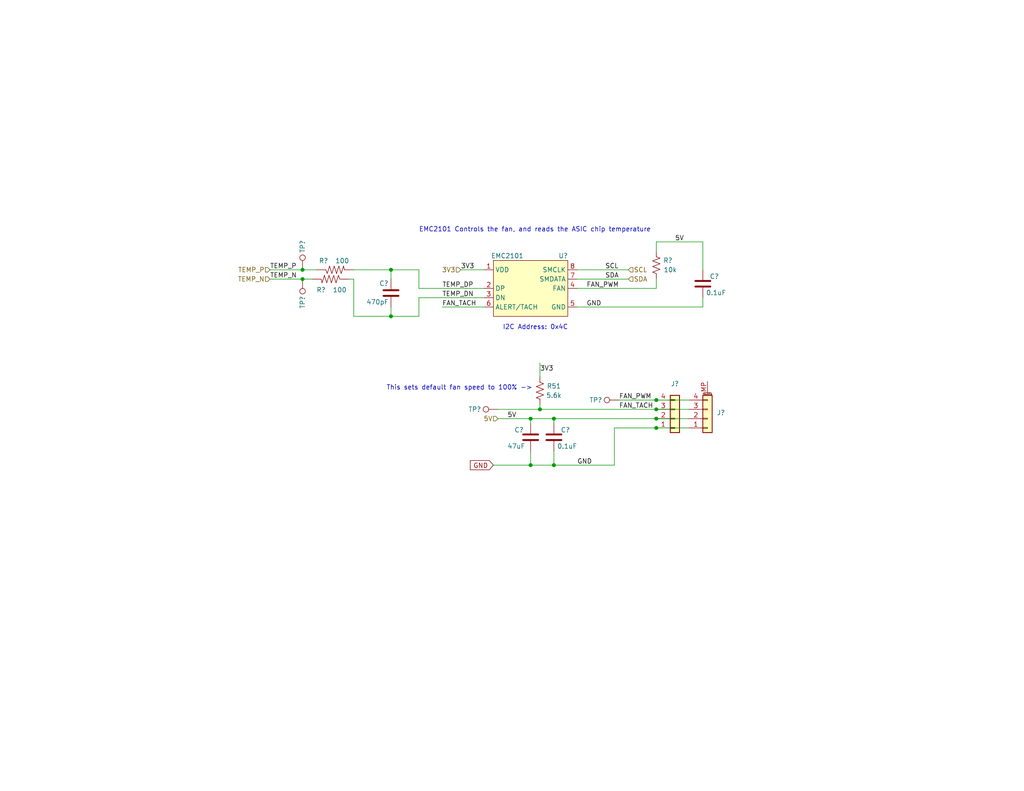
<source format=kicad_sch>
(kicad_sch (version 20250114) (generator "eeschema") (generator_version "9.0")
  (paper "A")
  (title_block (title "bittyaxe") (date "2025-06-06") (rev "600"))
  (lib_symbols
    (symbol "Connector:TestPoint" (pin_numbers (hide yes)) (pin_names (offset 0.762) (hide yes))
      (property "Reference" "TP" (at 0 6.858 0))
      (property "Value" "TestPoint" (at 0 5.08 0))
      (symbol "TestPoint_0_1"
        (circle (center 0 3.302) (radius 0.762))
      )
      (symbol "TestPoint_1_1"
        (pin passive line (at 0 0 90) (length 2.54) (name "1") (number "1"))
      )
    )
    (symbol "Connector_Generic:Conn_01x04" (pin_names (offset 1.016) (hide yes))
      (property "Reference" "J" (at 0 5.08 0))
      (property "Value" "Conn_01x04" (at 0 -7.62 0))
      (symbol "Conn_01x04_1_1"
        (rectangle (start -1.27 3.81) (end 1.27 -6.35) (stroke (width 0.254)) (fill (type background)))
        (rectangle (start -1.27 2.667) (end 0 2.413) (stroke (width 0.1524)))
        (rectangle (start -1.27 0.127) (end 0 -0.127) (stroke (width 0.1524)))
        (rectangle (start -1.27 -2.413) (end 0 -2.667) (stroke (width 0.1524)))
        (rectangle (start -1.27 -4.953) (end 0 -5.207) (stroke (width 0.1524)))
        (pin passive line (at -5.08 2.54 0) (length 3.81) (name "Pin_1") (number "1"))
        (pin passive line (at -5.08 0 0) (length 3.81) (name "Pin_2") (number "2"))
        (pin passive line (at -5.08 -2.54 0) (length 3.81) (name "Pin_3") (number "3"))
        (pin passive line (at -5.08 -5.08 0) (length 3.81) (name "Pin_4") (number "4"))
      )
    )
    (symbol "Connector_Generic_MountingPin:Conn_01x04_MountingPin" (pin_names (offset 1.016) (hide yes))
      (property "Reference" "J" (at 0 5.08 0))
      (property "Value" "Conn_01x04_MountingPin" (at 1.27 -7.62 0))
      (symbol "Conn_01x04_MountingPin_1_1"
        (rectangle (start -1.27 3.81) (end 1.27 -6.35) (stroke (width 0.254)) (fill (type background)))
        (rectangle (start -1.27 2.667) (end 0 2.413) (stroke (width 0.1524)))
        (rectangle (start -1.27 0.127) (end 0 -0.127) (stroke (width 0.1524)))
        (rectangle (start -1.27 -2.413) (end 0 -2.667) (stroke (width 0.1524)))
        (rectangle (start -1.27 -4.953) (end 0 -5.207) (stroke (width 0.1524)))
        (polyline (pts (xy -1.016 -7.112) (xy 1.016 -7.112)) (stroke (width 0.1524)))
        (text "Mounting" (at 0 -6.731 0) (effects (font (size 0.381 0.381))))
        (pin passive line (at -5.08 2.54 0) (length 3.81) (name "Pin_1") (number "1"))
        (pin passive line (at -5.08 0 0) (length 3.81) (name "Pin_2") (number "2"))
        (pin passive line (at -5.08 -2.54 0) (length 3.81) (name "Pin_3") (number "3"))
        (pin passive line (at -5.08 -5.08 0) (length 3.81) (name "Pin_4") (number "4"))
        (pin passive line (at 0 -10.16 90) (length 3.048) (name "MountPin") (number "MP"))
      )
    )
    (symbol "DayMiner-eagle-import:RESISTOR0402-RES"
      (property "Reference" "R" (at -3.81 1.4986 0))
      (property "Value" "RESISTOR0402-RES" (at -3.81 -3.302 0))
      (symbol "RESISTOR0402-RES_1_0"
        (polyline (pts (xy -2.54 0) (xy -2.159 1.016)) (stroke (width 0.1524)))
        (polyline (pts (xy -2.159 1.016) (xy -1.524 -1.016)) (stroke (width 0.1524)))
        (polyline (pts (xy -1.524 -1.016) (xy -0.889 1.016)) (stroke (width 0.1524)))
        (polyline (pts (xy -0.889 1.016) (xy -0.254 -1.016)) (stroke (width 0.1524)))
        (polyline (pts (xy -0.254 -1.016) (xy 0.381 1.016)) (stroke (width 0.1524)))
        (polyline (pts (xy 0.381 1.016) (xy 1.016 -1.016)) (stroke (width 0.1524)))
        (polyline (pts (xy 1.016 -1.016) (xy 1.651 1.016)) (stroke (width 0.1524)))
        (polyline (pts (xy 1.651 1.016) (xy 2.286 -1.016)) (stroke (width 0.1524)))
        (polyline (pts (xy 2.286 -1.016) (xy 2.54 0)) (stroke (width 0.1524)))
        (pin passive line (at -5.08 0 0) (length 2.54) (name "1") (number "1"))
        (pin passive line (at 5.08 0 180) (length 2.54) (name "2") (number "2"))
      )
    )
    (symbol "Device:C" (pin_numbers (hide yes)) (pin_names (offset 0.254))
      (property "Reference" "C" (at 0.635 2.54 0))
      (property "Value" "C" (at 0.635 -2.54 0))
      (symbol "C_0_1"
        (polyline (pts (xy -2.032 0.762) (xy 2.032 0.762)) (stroke (width 0.508)))
        (polyline (pts (xy -2.032 -0.762) (xy 2.032 -0.762)) (stroke (width 0.508)))
      )
      (symbol "C_1_1"
        (pin passive line (at 0 3.81 270) (length 2.794) (name "~") (number "1"))
        (pin passive line (at 0 -3.81 90) (length 2.794) (name "~") (number "2"))
      )
    )
    (symbol "Device:R_US" (pin_numbers (hide yes)) (pin_names (offset 0))
      (property "Reference" "R" (at 2.54 0 90))
      (property "Value" "R_US" (at -2.54 0 90))
      (symbol "R_US_0_1"
        (polyline (pts (xy 0 2.286) (xy 0 2.54)))
        (polyline (pts (xy 0 2.286) (xy 1.016 1.905) (xy 0 1.524) (xy -1.016 1.143) (xy 0 0.762)))
        (polyline (pts (xy 0 0.762) (xy 1.016 0.381) (xy 0 0) (xy -1.016 -0.381) (xy 0 -0.762)))
        (polyline (pts (xy 0 -0.762) (xy 1.016 -1.143) (xy 0 -1.524) (xy -1.016 -1.905) (xy 0 -2.286)))
        (polyline (pts (xy 0 -2.286) (xy 0 -2.54)))
      )
      (symbol "R_US_1_1"
        (pin passive line (at 0 3.81 270) (length 1.27) (name "~") (number "1"))
        (pin passive line (at 0 -3.81 90) (length 1.27) (name "~") (number "2"))
      )
    )
    (symbol "bitaxe:EMC2101"
      (property "Reference" "U7" (at 8.89 8.89 0))
      (property "Value" "EMC2101" (at -6.35 8.89 0))
      (symbol "EMC2101_0_1"
        (rectangle (start -10.16 7.62) (end 10.16 -7.62) (stroke (width 0.1524)) (fill (type background)))
      )
      (symbol "EMC2101_1_1"
        (pin power_in line (at -12.7 5.08 0) (length 2.54) (name "VDD") (number "1"))
        (pin input line (at -12.7 0 0) (length 2.54) (name "DP") (number "2"))
        (pin input line (at -12.7 -2.54 0) (length 2.54) (name "DN") (number "3"))
        (pin input line (at -12.7 -5.08 0) (length 2.54) (name "ALERT/TACH") (number "6"))
        (pin input line (at 12.7 5.08 180) (length 2.54) (name "SMCLK") (number "8"))
        (pin input line (at 12.7 2.54 180) (length 2.54) (name "SMDATA") (number "7"))
        (pin output line (at 12.7 0 180) (length 2.54) (name "FAN") (number "4"))
        (pin power_in line (at 12.7 -5.08 180) (length 2.54) (name "GND") (number "5"))
      )
    )
  )
  (text "EMC2101 Controls the fan, and reads the ASIC chip temperature" (at 114.3 63.5 0) (effects (font (size 1.27 1.27)) (justify left bottom)))
  (text "This sets default fan speed to 100% ->" (at 105.41 106.68 0) (effects (font (size 1.27 1.27)) (justify left bottom)))
  (text "I2C Address: 0x4C" (at 137.16 90.17 0) (effects (font (size 1.27 1.27)) (justify left bottom)))
  (junction (at 82.55 73.66))
  (junction (at 179.07 114.3))
  (junction (at 82.55 76.2))
  (junction (at 151.13 114.3))
  (junction (at 179.07 111.76))
  (junction (at 106.68 86.36))
  (junction (at 147.32 111.76))
  (junction (at 179.07 109.22))
  (junction (at 144.78 114.3))
  (junction (at 179.07 116.84))
  (junction (at 106.68 73.66))
  (junction (at 144.78 127))
  (junction (at 151.13 127))
  (wire (pts (xy 157.48 73.66) (xy 171.45 73.66)))
  (wire (pts (xy 144.78 123.19) (xy 144.78 127)))
  (wire (pts (xy 132.08 78.74) (xy 114.3 78.74)))
  (wire (pts (xy 179.07 111.76) (xy 187.96 111.76)))
  (wire (pts (xy 151.13 127) (xy 167.64 127)))
  (wire (pts (xy 135.89 111.76) (xy 147.32 111.76)))
  (wire (pts (xy 144.78 127) (xy 151.13 127)))
  (wire (pts (xy 179.07 116.84) (xy 187.96 116.84)))
  (wire (pts (xy 179.07 66.04) (xy 191.77 66.04)))
  (wire (pts (xy 167.64 116.84) (xy 167.64 127)))
  (wire (pts (xy 168.91 109.22) (xy 179.07 109.22)))
  (wire (pts (xy 120.65 83.82) (xy 132.08 83.82)))
  (wire (pts (xy 147.32 111.76) (xy 179.07 111.76)))
  (wire (pts (xy 157.48 76.2) (xy 171.45 76.2)))
  (wire (pts (xy 144.78 114.3) (xy 151.13 114.3)))
  (wire (pts (xy 114.3 81.28) (xy 114.3 86.36)))
  (wire (pts (xy 125.73 73.66) (xy 132.08 73.66)))
  (wire (pts (xy 191.77 81.28) (xy 191.77 83.82)))
  (wire (pts (xy 82.55 73.66) (xy 86.36 73.66)))
  (wire (pts (xy 191.77 66.04) (xy 191.77 73.66)))
  (wire (pts (xy 96.52 86.36) (xy 106.68 86.36)))
  (wire (pts (xy 179.07 66.04) (xy 179.07 68.58)))
  (wire (pts (xy 96.52 76.2) (xy 96.52 86.36)))
  (wire (pts (xy 151.13 114.3) (xy 179.07 114.3)))
  (wire (pts (xy 114.3 73.66) (xy 106.68 73.66)))
  (wire (pts (xy 151.13 114.3) (xy 151.13 115.57)))
  (wire (pts (xy 114.3 86.36) (xy 106.68 86.36)))
  (wire (pts (xy 179.07 78.74) (xy 179.07 76.2)))
  (wire (pts (xy 167.64 116.84) (xy 179.07 116.84)))
  (wire (pts (xy 96.52 76.2) (xy 95.25 76.2)))
  (wire (pts (xy 179.07 114.3) (xy 187.96 114.3)))
  (wire (pts (xy 157.48 83.82) (xy 191.77 83.82)))
  (wire (pts (xy 82.55 76.2) (xy 85.09 76.2)))
  (wire (pts (xy 147.32 110.49) (xy 147.32 111.76)))
  (wire (pts (xy 132.08 81.28) (xy 114.3 81.28)))
  (wire (pts (xy 106.68 73.66) (xy 106.68 76.2)))
  (wire (pts (xy 157.48 78.74) (xy 179.07 78.74)))
  (wire (pts (xy 135.89 114.3) (xy 144.78 114.3)))
  (wire (pts (xy 134.62 127) (xy 144.78 127)))
  (wire (pts (xy 179.07 109.22) (xy 187.96 109.22)))
  (wire (pts (xy 144.78 114.3) (xy 144.78 115.57)))
  (wire (pts (xy 114.3 78.74) (xy 114.3 73.66)))
  (wire (pts (xy 106.68 83.82) (xy 106.68 86.36)))
  (wire (pts (xy 73.66 76.2) (xy 82.55 76.2)))
  (wire (pts (xy 147.32 99.06) (xy 147.32 102.87)))
  (wire (pts (xy 106.68 73.66) (xy 96.52 73.66)))
  (wire (pts (xy 151.13 123.19) (xy 151.13 127)))
  (wire (pts (xy 73.66 73.66) (xy 82.55 73.66)))
  (label "5V" (at 184.15 66.04 0))
  (label "FAN_PWM" (at 160.02 78.74 0))
  (label "TEMP_DN" (at 120.65 81.28 0))
  (label "GND" (at 160.02 83.82 0))
  (label "TEMP_P" (at 73.66 73.66 0))
  (label "SCL" (at 165.1 73.66 0))
  (label "3V3" (at 147.32 101.6 0))
  (label "FAN_TACH" (at 120.65 83.82 0))
  (label "GND" (at 157.48 127 0))
  (label "FAN_PWM" (at 168.91 109.22 0))
  (label "3V3" (at 125.73 73.66 0))
  (label "5V" (at 138.43 114.3 0))
  (label "SDA" (at 165.1 76.2 0))
  (label "TEMP_DP" (at 120.65 78.74 0))
  (label "TEMP_N" (at 73.66 76.2 0))
  (label "FAN_TACH" (at 168.91 111.76 0))
  (global_label "GND" (shape input) (at 134.62 127 180) (property "Intersheetrefs" "${INTERSHEET_REFS}" (effects (hide yes))))
  (hierarchical_label "5V" (shape input) (at 135.89 114.3 180))
  (hierarchical_label "TEMP_P" (shape input) (at 73.66 73.66 180))
  (hierarchical_label "TEMP_N" (shape input) (at 73.66 76.2 180))
  (hierarchical_label "SCL" (shape input) (at 171.45 73.66 0))
  (hierarchical_label "3V3" (shape input) (at 125.73 73.66 180))
  (hierarchical_label "SDA" (shape input) (at 171.45 76.2 0))
  (symbol (lib_id "Connector:TestPoint") (at 168.91 109.22 90) (mirror x) (unit 1) (in_bom no)
    (property "Reference" "TP?" (at 162.56 109.22 90))
    (property "Value" "TestPoint" (effects (hide yes)))
    (property "Footprint" "TestPoint:TestPoint_Pad_D1.5mm" (effects (hide yes)))
  )
  (symbol (lib_id "Device:R_US") (at 147.32 106.68 180) (unit 1)
    (property "Reference" "R51" (at 151.13 105.41 0))
    (property "Value" "5.6k" (at 151.13 107.95 0))
    (property "Footprint" "Resistor_SMD:R_0402_1005Metric" (effects (hide yes)))
    (property "DK" "13-RC0402FR-135K6LCT-ND" (effects (hide yes)))
    (property "PARTNO" "RC0402FR-135K6L" (effects (hide yes)))
  )
  (symbol (lib_id "Device:C") (at 191.77 77.47 0) (mirror y) (unit 1)
    (property "Reference" "C?" (at 196.215 76.2 0) (effects (justify left bottom)))
    (property "Value" "0.1uF" (at 198.12 80.645 0) (effects (justify left bottom)))
    (property "Footprint" "Capacitor_SMD:C_0402_1005Metric" (effects (hide yes)))
    (property "DK" "1276-1234-1-ND" (effects (hide yes)))
    (property "PARTNO" "CL05A104KO5NNNC" (effects (hide yes)))
  )
  (symbol (lib_id "Device:C") (at 151.13 119.38 0) (mirror y) (unit 1)
    (property "Reference" "C?" (at 155.575 118.11 0) (effects (justify left bottom)))
    (property "Value" "0.1uF" (at 157.48 122.555 0) (effects (justify left bottom)))
    (property "Footprint" "Capacitor_SMD:C_0402_1005Metric" (effects (hide yes)))
    (property "DK" "1276-1234-1-ND" (effects (hide yes)))
    (property "PARTNO" "CL05A104KO5NNNC" (effects (hide yes)))
  )
  (symbol (lib_id "DayMiner-eagle-import:RESISTOR0402-RES") (at 90.17 76.2 0) (mirror y) (unit 1)
    (property "Reference" "R?" (at 88.9 79.88 0) (effects (justify left bottom)))
    (property "Value" "100" (at 94.615 79.88 0) (effects (justify left bottom)))
    (property "Footprint" "Resistor_SMD:R_0402_1005Metric" (effects (hide yes)))
    (property "DK" "311-100LRCT-ND" (effects (hide yes)))
    (property "PARTNO" "RC0402FR-07100RL" (effects (hide yes)))
  )
  (symbol (lib_id "Device:C") (at 106.68 80.01 0) (mirror y) (unit 1)
    (property "Reference" "C?" (at 106.045 78.105 0) (effects (justify left bottom)))
    (property "Value" "470pF" (at 106.045 83.185 0) (effects (justify left bottom)))
    (property "Footprint" "Capacitor_SMD:C_0402_1005Metric" (effects (hide yes)))
    (property "DK" "1276-1566-1-ND" (effects (hide yes)))
    (property "PARTNO" "CL05B471KB5NNNC" (effects (hide yes)))
  )
  (symbol (lib_id "Device:C") (at 144.78 119.38 0) (unit 1)
    (property "Reference" "C?" (at 140.335 118.11 0) (effects (justify left bottom)))
    (property "Value" "47uF" (at 138.43 122.555 0) (effects (justify left bottom)))
    (property "Footprint" "Capacitor_SMD:C_1210_3225Metric" (effects (hide yes)))
    (property "DK" "1276-3376-1-ND" (effects (hide yes)))
    (property "PARTNO" "CL32A476KOJNNNE" (effects (hide yes)))
  )
  (symbol (lib_id "Connector_Generic_MountingPin:Conn_01x04_MountingPin") (at 193.04 114.3 0) (mirror x) (unit 1)
    (property "Reference" "J?" (at 195.58 112.6743 0) (effects (justify left)))
    (property "Value" "Conn_01x04" (effects (hide yes)))
    (property "Footprint" "Connector_JST:JST_SH_BM04B-SRSS-TB_1x04-1MP_P1.00mm_Vertical" (effects (hide yes)))
    (property "Description" "Generic connectable mounting pin connector, single row, 01x04, script generated (kicad-library-utils/schlib/autogen/connector/)" (effects (hide yes)))
  )
  (symbol (lib_id "Connector:TestPoint") (at 82.55 73.66 0) (unit 1) (in_bom no)
    (property "Reference" "TP?" (at 82.55 67.31 90))
    (property "Value" "TestPoint" (effects (hide yes)))
    (property "Footprint" "TestPoint:TestPoint_Pad_D1.5mm" (effects (hide yes)))
  )
  (symbol (lib_id "Connector_Generic:Conn_01x04") (at 184.15 114.3 0) (mirror x) (unit 1)
    (property "Reference" "J?" (at 184.15 104.775 0))
    (property "Value" "Conn_01x04" (effects (hide yes)))
    (property "Footprint" "bitaxe:470531000" (effects (hide yes)))
    (property "PARTNO" "0470531000" (effects (hide yes)))
    (property "DK" "WM4330-ND" (effects (hide yes)))
  )
  (symbol (lib_id "Connector:TestPoint") (at 82.55 76.2 180) (unit 1) (in_bom no)
    (property "Reference" "TP?" (at 82.55 82.55 90))
    (property "Value" "TestPoint" (effects (hide yes)))
    (property "Footprint" "TestPoint:TestPoint_Pad_D1.5mm" (effects (hide yes)))
  )
  (symbol (lib_id "DayMiner-eagle-import:RESISTOR0402-RES") (at 91.44 73.66 0) (mirror x) (unit 1)
    (property "Reference" "R?" (at 86.995 70.485 0) (effects (justify left bottom)))
    (property "Value" "100" (at 91.44 70.485 0) (effects (justify left bottom)))
    (property "Footprint" "Resistor_SMD:R_0402_1005Metric" (effects (hide yes)))
    (property "DK" "311-100LRCT-ND" (effects (hide yes)))
    (property "PARTNO" "RC0402FR-07100RL" (effects (hide yes)))
  )
  (symbol (lib_id "Connector:TestPoint") (at 135.89 111.76 90) (mirror x) (unit 1) (in_bom no)
    (property "Reference" "TP?" (at 129.54 111.76 90))
    (property "Value" "TestPoint" (effects (hide yes)))
    (property "Footprint" "TestPoint:TestPoint_Pad_D1.5mm" (effects (hide yes)))
  )
  (symbol (lib_id "Device:R_US") (at 179.07 72.39 180) (unit 1)
    (property "Reference" "R?" (at 182.245 71.12 0))
    (property "Value" "10k" (at 182.88 73.66 0))
    (property "Footprint" "Resistor_SMD:R_0402_1005Metric" (effects (hide yes)))
    (property "DK" "311-10KJRCT-ND" (effects (hide yes)))
    (property "PARTNO" "RC0402JR-0710KL" (effects (hide yes)))
  )
  (symbol (lib_id "bitaxe:EMC2101") (at 144.78 78.74 0) (unit 1)
    (property "Reference" "U?" (at 153.67 69.85 0))
    (property "Value" "EMC2101" (at 138.43 69.85 0))
    (property "Footprint" "Package_SO:TSSOP-8_3x3mm_P0.65mm" (effects (hide yes)))
    (property "Datasheet" "https://ww1.microchip.com/downloads/en/DeviceDoc/2101.pdf" (effects (hide yes)))
    (property "DK" "EMC2101-R-ACZL-CT-ND" (effects (hide yes)))
    (property "PARTNO" "EMC2101-R-ACZL-TR" (effects (hide yes)))
  )
)
</source>
